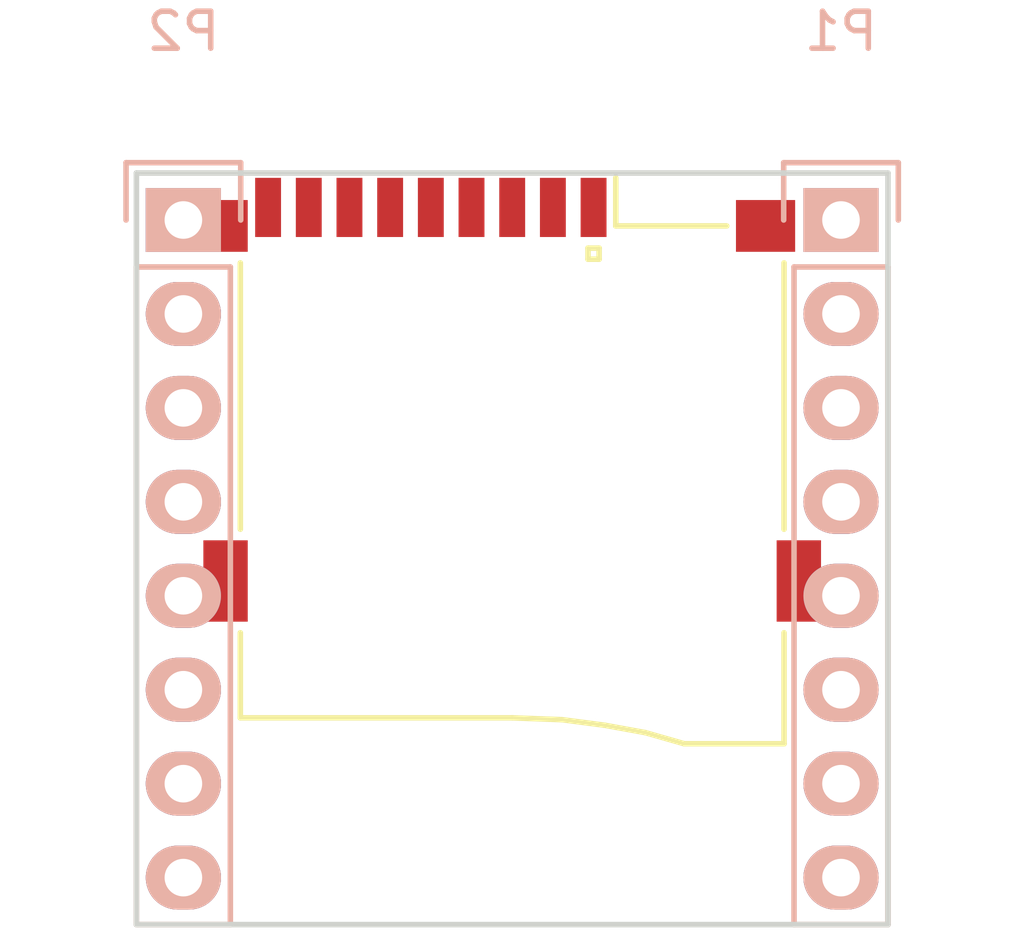
<source format=kicad_pcb>
(kicad_pcb (version 4) (host pcbnew 4.0.7)

  (general
    (links 4)
    (no_connects 4)
    (area 8.814999 11.354999 29.285001 31.825001)
    (thickness 1.6)
    (drawings 4)
    (tracks 0)
    (zones 0)
    (modules 3)
    (nets 2)
  )

  (page A4)
  (layers
    (0 F.Cu signal)
    (31 B.Cu signal)
    (32 B.Adhes user)
    (33 F.Adhes user)
    (34 B.Paste user)
    (35 F.Paste user)
    (36 B.SilkS user)
    (37 F.SilkS user)
    (38 B.Mask user)
    (39 F.Mask user)
    (40 Dwgs.User user)
    (41 Cmts.User user)
    (42 Eco1.User user)
    (43 Eco2.User user)
    (44 Edge.Cuts user)
    (45 Margin user)
    (46 B.CrtYd user)
    (47 F.CrtYd user)
    (48 B.Fab user)
    (49 F.Fab user)
  )

  (setup
    (last_trace_width 0.25)
    (user_trace_width 0.5)
    (user_trace_width 1)
    (trace_clearance 0.2)
    (zone_clearance 0.4)
    (zone_45_only no)
    (trace_min 0.2)
    (segment_width 0.2)
    (edge_width 0.15)
    (via_size 0.6)
    (via_drill 0.4)
    (via_min_size 0.4)
    (via_min_drill 0.3)
    (user_via 1.2 0.8)
    (uvia_size 0.3)
    (uvia_drill 0.1)
    (uvias_allowed no)
    (uvia_min_size 0.2)
    (uvia_min_drill 0.1)
    (pcb_text_width 0.3)
    (pcb_text_size 1.5 1.5)
    (mod_edge_width 0.15)
    (mod_text_size 1 1)
    (mod_text_width 0.15)
    (pad_size 1.524 1.524)
    (pad_drill 0.762)
    (pad_to_mask_clearance 0.2)
    (aux_axis_origin 0 0)
    (visible_elements 7FFFFFFF)
    (pcbplotparams
      (layerselection 0x00030_80000001)
      (usegerberextensions false)
      (excludeedgelayer true)
      (linewidth 0.100000)
      (plotframeref false)
      (viasonmask false)
      (mode 1)
      (useauxorigin false)
      (hpglpennumber 1)
      (hpglpenspeed 20)
      (hpglpendiameter 15)
      (hpglpenoverlay 2)
      (psnegative false)
      (psa4output false)
      (plotreference true)
      (plotvalue true)
      (plotinvisibletext false)
      (padsonsilk false)
      (subtractmaskfromsilk false)
      (outputformat 1)
      (mirror false)
      (drillshape 1)
      (scaleselection 1)
      (outputdirectory ""))
  )

  (net 0 "")
  (net 1 "Net-(XS1-Pad6)")

  (net_class Default "これは標準のネット クラスです。"
    (clearance 0.2)
    (trace_width 0.25)
    (via_dia 0.6)
    (via_drill 0.4)
    (uvia_dia 0.3)
    (uvia_drill 0.1)
    (add_net "Net-(XS1-Pad6)")
  )

  (module Pin_Headers:Pin_Header_Straight_1x08 (layer B.Cu) (tedit 0) (tstamp 5A1DFE8B)
    (at 27.94 12.7 180)
    (descr "Through hole pin header")
    (tags "pin header")
    (path /5A1DFE7B)
    (fp_text reference P1 (at 0 5.1 180) (layer B.SilkS)
      (effects (font (size 1 1) (thickness 0.15)) (justify mirror))
    )
    (fp_text value CONN_01X08 (at 0 3.1 180) (layer B.Fab)
      (effects (font (size 1 1) (thickness 0.15)) (justify mirror))
    )
    (fp_line (start -1.75 1.75) (end -1.75 -19.55) (layer B.CrtYd) (width 0.05))
    (fp_line (start 1.75 1.75) (end 1.75 -19.55) (layer B.CrtYd) (width 0.05))
    (fp_line (start -1.75 1.75) (end 1.75 1.75) (layer B.CrtYd) (width 0.05))
    (fp_line (start -1.75 -19.55) (end 1.75 -19.55) (layer B.CrtYd) (width 0.05))
    (fp_line (start 1.27 -1.27) (end 1.27 -19.05) (layer B.SilkS) (width 0.15))
    (fp_line (start 1.27 -19.05) (end -1.27 -19.05) (layer B.SilkS) (width 0.15))
    (fp_line (start -1.27 -19.05) (end -1.27 -1.27) (layer B.SilkS) (width 0.15))
    (fp_line (start 1.55 1.55) (end 1.55 0) (layer B.SilkS) (width 0.15))
    (fp_line (start 1.27 -1.27) (end -1.27 -1.27) (layer B.SilkS) (width 0.15))
    (fp_line (start -1.55 0) (end -1.55 1.55) (layer B.SilkS) (width 0.15))
    (fp_line (start -1.55 1.55) (end 1.55 1.55) (layer B.SilkS) (width 0.15))
    (pad 1 thru_hole rect (at 0 0 180) (size 2.032 1.7272) (drill 1.016) (layers *.Cu *.Mask B.SilkS))
    (pad 2 thru_hole oval (at 0 -2.54 180) (size 2.032 1.7272) (drill 1.016) (layers *.Cu *.Mask B.SilkS))
    (pad 3 thru_hole oval (at 0 -5.08 180) (size 2.032 1.7272) (drill 1.016) (layers *.Cu *.Mask B.SilkS))
    (pad 4 thru_hole oval (at 0 -7.62 180) (size 2.032 1.7272) (drill 1.016) (layers *.Cu *.Mask B.SilkS))
    (pad 5 thru_hole oval (at 0 -10.16 180) (size 2.032 1.7272) (drill 1.016) (layers *.Cu *.Mask B.SilkS))
    (pad 6 thru_hole oval (at 0 -12.7 180) (size 2.032 1.7272) (drill 1.016) (layers *.Cu *.Mask B.SilkS))
    (pad 7 thru_hole oval (at 0 -15.24 180) (size 2.032 1.7272) (drill 1.016) (layers *.Cu *.Mask B.SilkS))
    (pad 8 thru_hole oval (at 0 -17.78 180) (size 2.032 1.7272) (drill 1.016) (layers *.Cu *.Mask B.SilkS))
    (model Pin_Headers.3dshapes/Pin_Header_Straight_1x08.wrl
      (at (xyz 0 -0.35 0))
      (scale (xyz 1 1 1))
      (rotate (xyz 0 0 90))
    )
  )

  (module Pin_Headers:Pin_Header_Straight_1x08 (layer B.Cu) (tedit 0) (tstamp 5A1DFE97)
    (at 10.16 12.7 180)
    (descr "Through hole pin header")
    (tags "pin header")
    (path /5A1DFE52)
    (fp_text reference P2 (at 0 5.1 180) (layer B.SilkS)
      (effects (font (size 1 1) (thickness 0.15)) (justify mirror))
    )
    (fp_text value CONN_01X08 (at 0 3.1 180) (layer B.Fab)
      (effects (font (size 1 1) (thickness 0.15)) (justify mirror))
    )
    (fp_line (start -1.75 1.75) (end -1.75 -19.55) (layer B.CrtYd) (width 0.05))
    (fp_line (start 1.75 1.75) (end 1.75 -19.55) (layer B.CrtYd) (width 0.05))
    (fp_line (start -1.75 1.75) (end 1.75 1.75) (layer B.CrtYd) (width 0.05))
    (fp_line (start -1.75 -19.55) (end 1.75 -19.55) (layer B.CrtYd) (width 0.05))
    (fp_line (start 1.27 -1.27) (end 1.27 -19.05) (layer B.SilkS) (width 0.15))
    (fp_line (start 1.27 -19.05) (end -1.27 -19.05) (layer B.SilkS) (width 0.15))
    (fp_line (start -1.27 -19.05) (end -1.27 -1.27) (layer B.SilkS) (width 0.15))
    (fp_line (start 1.55 1.55) (end 1.55 0) (layer B.SilkS) (width 0.15))
    (fp_line (start 1.27 -1.27) (end -1.27 -1.27) (layer B.SilkS) (width 0.15))
    (fp_line (start -1.55 0) (end -1.55 1.55) (layer B.SilkS) (width 0.15))
    (fp_line (start -1.55 1.55) (end 1.55 1.55) (layer B.SilkS) (width 0.15))
    (pad 1 thru_hole rect (at 0 0 180) (size 2.032 1.7272) (drill 1.016) (layers *.Cu *.Mask B.SilkS))
    (pad 2 thru_hole oval (at 0 -2.54 180) (size 2.032 1.7272) (drill 1.016) (layers *.Cu *.Mask B.SilkS))
    (pad 3 thru_hole oval (at 0 -5.08 180) (size 2.032 1.7272) (drill 1.016) (layers *.Cu *.Mask B.SilkS))
    (pad 4 thru_hole oval (at 0 -7.62 180) (size 2.032 1.7272) (drill 1.016) (layers *.Cu *.Mask B.SilkS))
    (pad 5 thru_hole oval (at 0 -10.16 180) (size 2.032 1.7272) (drill 1.016) (layers *.Cu *.Mask B.SilkS))
    (pad 6 thru_hole oval (at 0 -12.7 180) (size 2.032 1.7272) (drill 1.016) (layers *.Cu *.Mask B.SilkS))
    (pad 7 thru_hole oval (at 0 -15.24 180) (size 2.032 1.7272) (drill 1.016) (layers *.Cu *.Mask B.SilkS))
    (pad 8 thru_hole oval (at 0 -17.78 180) (size 2.032 1.7272) (drill 1.016) (layers *.Cu *.Mask B.SilkS))
    (model Pin_Headers.3dshapes/Pin_Header_Straight_1x08.wrl
      (at (xyz 0 -0.35 0))
      (scale (xyz 1 1 1))
      (rotate (xyz 0 0 90))
    )
  )

  (module Sockets:Conn_uSDcard (layer F.Cu) (tedit 5718CF45) (tstamp 5A1DFEAA)
    (at 19.05 22.86)
    (path /5A1DFEA0)
    (fp_text reference XS1 (at 0 1 180) (layer F.Fab)
      (effects (font (size 0.6 0.6) (thickness 0.1)))
    )
    (fp_text value SD_ebay-uSD-push/push_SMD (at 0 0 180) (layer F.Fab)
      (effects (font (size 0.6 0.5) (thickness 0.1)))
    )
    (fp_line (start -7.35 3.3) (end 0 3.3) (layer F.SilkS) (width 0.15))
    (fp_line (start 0 3.3) (end 1.35 3.35) (layer F.SilkS) (width 0.15))
    (fp_line (start 1.35 3.35) (end 2.5 3.5) (layer F.SilkS) (width 0.15))
    (fp_line (start 2.5 3.5) (end 3.6 3.7) (layer F.SilkS) (width 0.15))
    (fp_line (start 3.6 3.7) (end 4.65 4) (layer F.SilkS) (width 0.15))
    (fp_text user %R (at 2.1 -9.35 180) (layer Eco1.User)
      (effects (font (size 0.3 0.3) (thickness 0.03)))
    )
    (fp_line (start 2.8 -10) (end 2.8 -11.3) (layer F.SilkS) (width 0.15))
    (fp_line (start -7.35 -1.8) (end -7.35 -9) (layer F.SilkS) (width 0.15))
    (fp_line (start -7.35 1) (end -7.35 3.3) (layer F.SilkS) (width 0.15))
    (fp_line (start 4.65 4) (end 7.35 4) (layer F.SilkS) (width 0.15))
    (fp_line (start 7.35 4) (end 7.35 1) (layer F.SilkS) (width 0.15))
    (fp_line (start 7.35 -9) (end 7.35 -1.8) (layer F.SilkS) (width 0.15))
    (fp_line (start 7.35 -9.5) (end 6.85 -10) (layer F.Fab) (width 0.05))
    (fp_line (start 2.35 -9.4) (end 2.05 -9.4) (layer F.SilkS) (width 0.15))
    (fp_line (start 2.05 -9.4) (end 2.05 -9.1) (layer F.SilkS) (width 0.15))
    (fp_line (start 2.05 -9.1) (end 2.35 -9.1) (layer F.SilkS) (width 0.15))
    (fp_line (start 2.35 -9.1) (end 2.35 -9.4) (layer F.SilkS) (width 0.15))
    (fp_line (start -7.75 4.5) (end -7.75 1) (layer F.CrtYd) (width 0.05))
    (fp_line (start -7.75 1) (end -8.75 1) (layer F.CrtYd) (width 0.05))
    (fp_line (start -8.75 1) (end -8.75 -1.75) (layer F.CrtYd) (width 0.05))
    (fp_line (start -8.75 -1.75) (end -7.75 -1.75) (layer F.CrtYd) (width 0.05))
    (fp_line (start -7.75 -1.75) (end -7.75 -9) (layer F.CrtYd) (width 0.05))
    (fp_line (start -7.75 -9) (end -8.75 -9) (layer F.CrtYd) (width 0.05))
    (fp_line (start -8.75 -9) (end -8.75 -11) (layer F.CrtYd) (width 0.05))
    (fp_line (start -8.75 -11) (end -7.25 -11) (layer F.CrtYd) (width 0.05))
    (fp_line (start -7.25 -11) (end -7.25 -11.5) (layer F.CrtYd) (width 0.05))
    (fp_line (start -7.25 -11.5) (end 2.75 -11.5) (layer F.CrtYd) (width 0.05))
    (fp_line (start 2.75 -11.5) (end 2.75 -10.25) (layer F.CrtYd) (width 0.05))
    (fp_line (start 2.75 -10.25) (end 5.75 -10.25) (layer F.CrtYd) (width 0.05))
    (fp_line (start 5.75 -10.25) (end 5.75 -11) (layer F.CrtYd) (width 0.05))
    (fp_line (start 5.75 -11) (end 8 -11) (layer F.CrtYd) (width 0.05))
    (fp_line (start 8 -11) (end 8 -9) (layer F.CrtYd) (width 0.05))
    (fp_line (start 8 -9) (end 7.75 -9) (layer F.CrtYd) (width 0.05))
    (fp_line (start 7.75 -9) (end 7.75 -1.75) (layer F.CrtYd) (width 0.05))
    (fp_line (start 7.75 -1.75) (end 8.75 -1.75) (layer F.CrtYd) (width 0.05))
    (fp_line (start 8.75 -1.75) (end 8.75 1) (layer F.CrtYd) (width 0.05))
    (fp_line (start 8.75 1) (end 7.75 1) (layer F.CrtYd) (width 0.05))
    (fp_line (start 7.75 1) (end 7.75 4.5) (layer F.CrtYd) (width 0.05))
    (fp_line (start -9 4.5) (end -7 4.5) (layer Cmts.User) (width 0.05))
    (fp_line (start -7 4.5) (end -6 3.5) (layer Cmts.User) (width 0.05))
    (fp_line (start -6 3.5) (end 4 3.5) (layer Cmts.User) (width 0.05))
    (fp_line (start 4 3.5) (end 5 4.5) (layer Cmts.User) (width 0.05))
    (fp_line (start 5 4.5) (end 9 4.5) (layer Cmts.User) (width 0.05))
    (fp_line (start 0 3.3) (end 1.7 3.4) (layer F.Fab) (width 0.05))
    (fp_line (start 1.7 3.4) (end 3.5 3.7) (layer F.Fab) (width 0.05))
    (fp_line (start 3.5 3.7) (end 4.7 4) (layer F.Fab) (width 0.05))
    (fp_line (start 2.8 -10) (end 5.8 -10) (layer F.SilkS) (width 0.15))
    (fp_line (start -6.55 8.6) (end -6.55 3.3) (layer F.Fab) (width 0.05))
    (fp_line (start -5.85 9.3) (end 3.95 9.3) (layer F.Fab) (width 0.05))
    (fp_arc (start -5.85 8.6) (end -6.55 8.6) (angle -90) (layer F.Fab) (width 0.05))
    (fp_line (start 4.65 8.6) (end 4.65 4) (layer F.Fab) (width 0.05))
    (fp_arc (start 3.95 8.6) (end 4.65 8.6) (angle 90) (layer F.Fab) (width 0.05))
    (fp_line (start 4.65 4) (end 7.35 4) (layer F.Fab) (width 0.05))
    (fp_line (start -7.35 3.3) (end 0 3.3) (layer F.Fab) (width 0.05))
    (fp_line (start -7.35 -10) (end 7.35 -10) (layer F.Fab) (width 0.05))
    (fp_line (start 7.35 -10) (end 7.35 4) (layer F.Fab) (width 0.05))
    (fp_line (start -7.35 -10) (end -7.35 3.3) (layer F.Fab) (width 0.05))
    (pad 6 smd rect (at 7.75 -0.4) (size 1.2 2.2) (layers F.Cu F.Paste F.Mask)
      (net 1 "Net-(XS1-Pad6)"))
    (pad 6 smd rect (at -7.75 -0.4) (size 1.2 2.2) (layers F.Cu F.Paste F.Mask)
      (net 1 "Net-(XS1-Pad6)"))
    (pad 6 smd rect (at 6.85 -10) (size 1.6 1.4) (layers F.Cu F.Paste F.Mask)
      (net 1 "Net-(XS1-Pad6)"))
    (pad 6 smd rect (at -7.75 -10) (size 1.2 1.4) (layers F.Cu F.Paste F.Mask)
      (net 1 "Net-(XS1-Pad6)"))
    (pad 9 smd rect (at -6.6 -10.5) (size 0.7 1.6) (layers F.Cu F.Paste F.Mask))
    (pad 7 smd rect (at -4.4 -10.5) (size 0.7 1.6) (layers F.Cu F.Paste F.Mask))
    (pad 8 smd rect (at -5.5 -10.5) (size 0.7 1.6) (layers F.Cu F.Paste F.Mask))
    (pad 6 smd rect (at -3.3 -10.5) (size 0.7 1.6) (layers F.Cu F.Paste F.Mask)
      (net 1 "Net-(XS1-Pad6)"))
    (pad 5 smd rect (at -2.2 -10.5) (size 0.7 1.6) (layers F.Cu F.Paste F.Mask))
    (pad 4 smd rect (at -1.1 -10.5) (size 0.7 1.6) (layers F.Cu F.Paste F.Mask))
    (pad 1 smd rect (at 2.2 -10.5) (size 0.7 1.6) (layers F.Cu F.Paste F.Mask))
    (pad 2 smd rect (at 1.1 -10.5) (size 0.7 1.6) (layers F.Cu F.Paste F.Mask))
    (pad "" np_thru_hole circle (at 3.05 0) (size 1 1) (drill 1) (layers *.Cu))
    (pad "" np_thru_hole circle (at -4.93 0) (size 1 1) (drill 1) (layers *.Cu))
    (pad 3 smd rect (at 0 -10.5) (size 0.7 1.6) (layers F.Cu F.Paste F.Mask))
    (model conn_misc/microsd_socket.wrl
      (at (xyz 0 0 0))
      (scale (xyz 1 1 1))
      (rotate (xyz 0 0 0))
    )
  )

  (gr_line (start 8.89 31.75) (end 8.89 11.43) (angle 90) (layer Edge.Cuts) (width 0.15))
  (gr_line (start 29.21 31.75) (end 8.89 31.75) (angle 90) (layer Edge.Cuts) (width 0.15))
  (gr_line (start 29.21 11.43) (end 29.21 31.75) (angle 90) (layer Edge.Cuts) (width 0.15))
  (gr_line (start 8.89 11.43) (end 29.21 11.43) (angle 90) (layer Edge.Cuts) (width 0.15))

)

</source>
